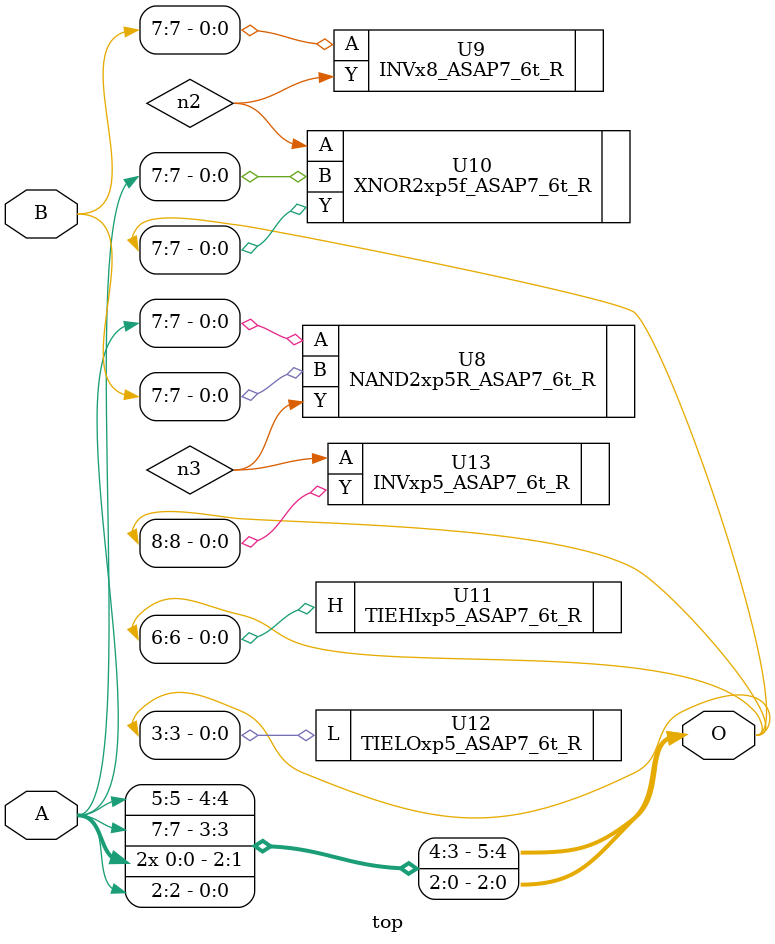
<source format=v>


module top ( A, B, O );
  input [7:0] A;
  input [7:0] B;
  output [8:0] O;
  wire   n2, n3;
  assign O[5] = A[5];
  assign O[4] = A[7];
  assign O[1] = A[0];
  assign O[2] = A[0];
  assign O[0] = A[2];

  NAND2xp5R_ASAP7_6t_R U8 ( .A(A[7]), .B(B[7]), .Y(n3) );
  INVx8_ASAP7_6t_R U9 ( .A(B[7]), .Y(n2) );
  XNOR2xp5f_ASAP7_6t_R U10 ( .A(n2), .B(A[7]), .Y(O[7]) );
  TIEHIxp5_ASAP7_6t_R U11 ( .H(O[6]) );
  TIELOxp5_ASAP7_6t_R U12 ( .L(O[3]) );
  INVxp5_ASAP7_6t_R U13 ( .A(n3), .Y(O[8]) );
endmodule


</source>
